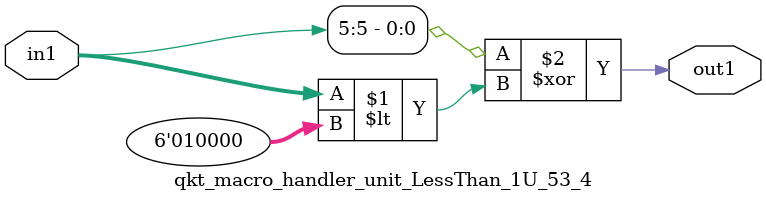
<source format=v>

`timescale 1ps / 1ps


module qkt_macro_handler_unit_LessThan_1U_53_4( in1, out1 );

    input [5:0] in1;
    output out1;

    
    // rtl_process:qkt_macro_handler_unit_LessThan_1U_53_4/qkt_macro_handler_unit_LessThan_1U_53_4_thread_1
    assign out1 = (in1[5] ^ in1 < 6'd16);

endmodule


</source>
